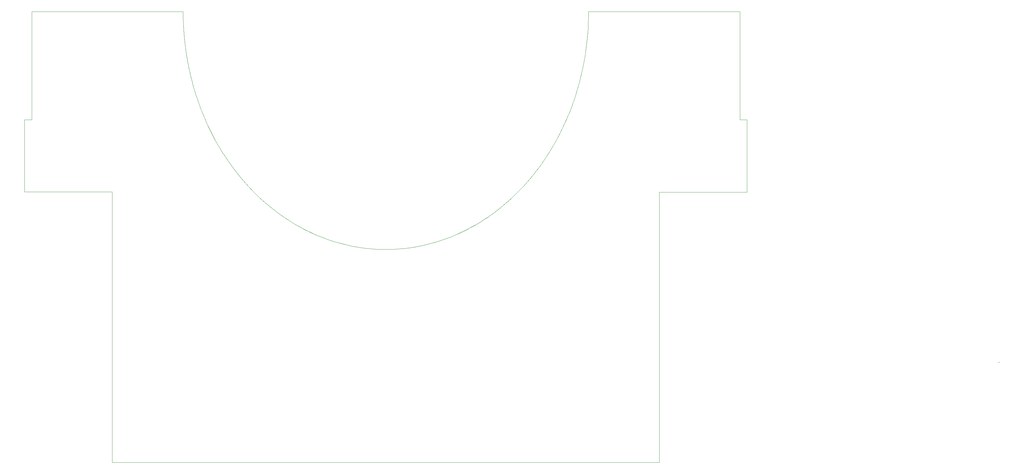
<source format=gm1>
G04 #@! TF.FileFunction,Profile,NP*
%FSLAX46Y46*%
G04 Gerber Fmt 4.6, Leading zero omitted, Abs format (unit mm)*
G04 Created by KiCad (PCBNEW 4.0.5) date 2016 December 23, Friday 11:17:07*
%MOMM*%
%LPD*%
G01*
G04 APERTURE LIST*
%ADD10C,0.150000*%
%ADD11C,0.100000*%
G04 APERTURE END LIST*
D10*
D11*
X205027793Y-150899383D02*
X206248812Y-151012205D01*
X204774882Y-150872079D02*
X205027793Y-150899383D01*
X203297369Y-150685446D02*
X204774882Y-150872079D01*
X202355014Y-150542093D02*
X203297369Y-150685446D01*
X199497805Y-149990169D02*
X200716139Y-150247239D01*
X198699826Y-149804083D02*
X199497805Y-149990169D01*
X197393876Y-149468929D02*
X198699826Y-149804083D01*
X195792038Y-149005159D02*
X197393876Y-149468929D01*
X200716139Y-150247239D02*
X202355014Y-150542093D01*
X194432185Y-148565009D02*
X195792038Y-149005159D01*
X153861269Y-85372378D02*
X153861818Y-85544489D01*
X109950000Y-135210000D02*
X109950000Y-115220000D01*
X109950000Y-135210000D02*
X134210000Y-135210000D01*
X111990000Y-85250000D02*
X153860000Y-85250000D01*
X111990000Y-115220000D02*
X111990000Y-85250000D01*
X109950000Y-115220000D02*
X111990000Y-115220000D01*
X308180000Y-85270000D02*
X266236640Y-85270000D01*
X308180000Y-115250000D02*
X308180000Y-85270000D01*
X310120000Y-115250000D02*
X308180000Y-115250000D01*
X310120000Y-135320000D02*
X310120000Y-115250000D01*
X285840000Y-135320000D02*
X310120000Y-135320000D01*
X285840000Y-210270000D02*
X285840000Y-135320000D01*
X134210000Y-210270000D02*
X285840000Y-210270000D01*
X134210000Y-135210000D02*
X134210000Y-210270000D01*
X153850000Y-85250000D02*
X153850000Y-85251000D01*
X266236640Y-85825023D02*
X266236640Y-85270000D01*
X266217826Y-87022189D02*
X266236640Y-85825023D01*
X266157751Y-88755032D02*
X266217826Y-87022189D01*
X266101213Y-89824962D02*
X266157751Y-88755032D01*
X266010460Y-91151033D02*
X266101213Y-89824962D01*
X265968774Y-91668989D02*
X266010460Y-91151033D01*
X265873127Y-92722506D02*
X265968774Y-91668989D01*
X265733679Y-94033469D02*
X265873127Y-92722506D01*
X265462715Y-96133211D02*
X265733679Y-94033469D01*
X265327710Y-97037950D02*
X265462715Y-96133211D01*
X264938866Y-99311708D02*
X265327710Y-97037950D01*
X264944224Y-99284701D02*
X264938866Y-99311708D01*
X264596124Y-101039549D02*
X264944224Y-99284701D01*
X264277107Y-102483551D02*
X264596124Y-101039549D01*
X264046708Y-103450731D02*
X264277107Y-102483551D01*
X263851056Y-104230462D02*
X264046708Y-103450731D01*
X263562489Y-105320630D02*
X263851056Y-104230462D01*
X263033014Y-107167111D02*
X263562489Y-105320630D01*
X262811267Y-107890769D02*
X263033014Y-107167111D01*
X262462701Y-108978052D02*
X262811267Y-107890769D01*
X262135655Y-109948658D02*
X262462701Y-108978052D01*
X261922918Y-110556962D02*
X262135655Y-109948658D01*
X261615779Y-111406100D02*
X261922918Y-110556962D01*
X261004772Y-113004454D02*
X261615779Y-111406100D01*
X260398526Y-114486941D02*
X261004772Y-113004454D01*
X260175101Y-115010421D02*
X260398526Y-114486941D01*
X259889630Y-115662902D02*
X260175101Y-115010421D01*
X259377436Y-116790917D02*
X259889630Y-115662902D01*
X258711399Y-118183725D02*
X259377436Y-116790917D01*
X258151924Y-119295909D02*
X258711399Y-118183725D01*
X257849561Y-119876955D02*
X258151924Y-119295909D01*
X257080930Y-121296238D02*
X257849561Y-119876955D01*
X256813724Y-121771519D02*
X257080930Y-121296238D01*
X256574926Y-122188856D02*
X256813724Y-121771519D01*
X255993429Y-123177279D02*
X256574926Y-122188856D01*
X255610736Y-123807390D02*
X255993429Y-123177279D01*
X254365435Y-125755715D02*
X255610736Y-123807390D01*
X253950772Y-126372502D02*
X254365435Y-125755715D01*
X253166980Y-127498496D02*
X253950772Y-126372502D01*
X252379388Y-128580877D02*
X253166980Y-127498496D01*
X251748684Y-129414614D02*
X252379388Y-128580877D01*
X250854620Y-130549536D02*
X251748684Y-129414614D01*
X250617168Y-130842159D02*
X250854620Y-130549536D01*
X249958640Y-131635292D02*
X250617168Y-130842159D01*
X249215977Y-132498651D02*
X249958640Y-131635292D01*
X248326753Y-133491397D02*
X249215977Y-132498651D01*
X247807891Y-134051042D02*
X248326753Y-133491397D01*
X247081145Y-134811731D02*
X247807891Y-134051042D01*
X245793777Y-136096256D02*
X247081145Y-134811731D01*
X244953663Y-136893497D02*
X245793777Y-136096256D01*
X244236612Y-137549661D02*
X244953663Y-136893497D01*
X243301916Y-138372837D02*
X244236612Y-137549661D01*
X242408106Y-139127382D02*
X243301916Y-138372837D01*
X241946345Y-139505147D02*
X242408106Y-139127382D01*
X240192503Y-140868557D02*
X241946345Y-139505147D01*
X239138586Y-141635910D02*
X240192503Y-140868557D01*
X238317646Y-142207881D02*
X239138586Y-141635910D01*
X237710370Y-142616915D02*
X238317646Y-142207881D01*
X236468377Y-143417346D02*
X237710370Y-142616915D01*
X235545121Y-143981874D02*
X236468377Y-143417346D01*
X234797104Y-144420765D02*
X235545121Y-143981874D01*
X233483284Y-145152739D02*
X234797104Y-144420765D01*
X232978473Y-145421119D02*
X233483284Y-145152739D01*
X231573740Y-146131395D02*
X232978473Y-145421119D01*
X231349521Y-146239880D02*
X231573740Y-146131395D01*
X230440942Y-146665987D02*
X231349521Y-146239880D01*
X230001618Y-146864350D02*
X230440942Y-146665987D01*
X229561783Y-147058000D02*
X230001618Y-146864350D01*
X228776558Y-147391564D02*
X229561783Y-147058000D01*
X227983708Y-147712773D02*
X228776558Y-147391564D01*
X226737696Y-148186482D02*
X227983708Y-147712773D01*
X225972213Y-148458978D02*
X226737696Y-148186482D01*
X225077505Y-148759896D02*
X225972213Y-148458978D01*
X224262000Y-149017884D02*
X225077505Y-148759896D01*
X222780374Y-149447467D02*
X224262000Y-149017884D01*
X221351687Y-149814679D02*
X222780374Y-149447467D01*
X220498538Y-150012278D02*
X221351687Y-149814679D01*
X219649487Y-150193014D02*
X220498538Y-150012278D01*
X218805359Y-150357094D02*
X219649487Y-150193014D01*
X218396715Y-150430970D02*
X218805359Y-150357094D01*
X217342277Y-150604962D02*
X218396715Y-150430970D01*
X215482134Y-150853910D02*
X217342277Y-150604962D01*
X214298520Y-150974100D02*
X215482134Y-150853910D01*
X213230833Y-151057189D02*
X214298520Y-150974100D01*
X212170144Y-151116038D02*
X213230833Y-151057189D01*
X211509566Y-151140782D02*
X212170144Y-151116038D01*
X210975737Y-151154111D02*
X211509566Y-151140782D01*
X209907230Y-151162903D02*
X210975737Y-151154111D01*
X209506507Y-151160050D02*
X209907230Y-151162903D01*
X208551227Y-151139716D02*
X209506507Y-151160050D01*
X208010456Y-151119747D02*
X208551227Y-151139716D01*
X206248812Y-151012205D02*
X208010456Y-151119747D01*
X193110746Y-148095541D02*
X194432185Y-148565009D01*
X192007591Y-147671429D02*
X193110746Y-148095541D01*
X191268840Y-147370717D02*
X192007591Y-147671429D01*
X189912549Y-146783029D02*
X191268840Y-147370717D01*
X188951596Y-146338134D02*
X189912549Y-146783029D01*
X188001859Y-145874625D02*
X188951596Y-146338134D01*
X187278181Y-145505214D02*
X188001859Y-145874625D01*
X185905310Y-144764836D02*
X187278181Y-145505214D01*
X185033873Y-144267253D02*
X185905310Y-144764836D01*
X184170577Y-143752530D02*
X185033873Y-144267253D01*
X183153763Y-143117669D02*
X184170577Y-143752530D01*
X181988979Y-142351131D02*
X183153763Y-143117669D01*
X180617486Y-141392525D02*
X181988979Y-142351131D01*
X179895080Y-140862240D02*
X180617486Y-141392525D01*
X179425050Y-140507500D02*
X179895080Y-140862240D01*
X178493075Y-139780811D02*
X179425050Y-140507500D01*
X177269137Y-138777582D02*
X178493075Y-139780811D01*
X176655357Y-138252693D02*
X177269137Y-138777582D01*
X176496059Y-138114011D02*
X176655357Y-138252693D01*
X175031422Y-136789699D02*
X176496059Y-138114011D01*
X174673794Y-136452376D02*
X175031422Y-136789699D01*
X174032221Y-135832875D02*
X174673794Y-136452376D01*
X173332556Y-135135571D02*
X174032221Y-135832875D01*
X171970321Y-133709319D02*
X173332556Y-135135571D01*
X170581874Y-132155090D02*
X171970321Y-133709319D01*
X169945700Y-131406293D02*
X170581874Y-132155090D01*
X168889477Y-130108106D02*
X169945700Y-131406293D01*
X167539463Y-128340181D02*
X168889477Y-130108106D01*
X166706251Y-127182065D02*
X167539463Y-128340181D01*
X166263677Y-126544313D02*
X166706251Y-127182065D01*
X165512597Y-125423511D02*
X166263677Y-126544313D01*
X165136925Y-124843666D02*
X165512597Y-125423511D01*
X164567043Y-123937909D02*
X165136925Y-124843666D01*
X163772845Y-122619140D02*
X164567043Y-123937909D01*
X163463124Y-122085680D02*
X163772845Y-122619140D01*
X162704160Y-120728875D02*
X163463124Y-122085680D01*
X162615185Y-120564934D02*
X162704160Y-120728875D01*
X162152403Y-119694565D02*
X162615185Y-120564934D01*
X161982041Y-119366400D02*
X162152403Y-119694565D01*
X161484594Y-118382702D02*
X161982041Y-119366400D01*
X161082491Y-117557993D02*
X161484594Y-118382702D01*
X160743755Y-116841102D02*
X161082491Y-117557993D01*
X160488596Y-116286812D02*
X160743755Y-116841102D01*
X159781517Y-114680500D02*
X160488596Y-116286812D01*
X159119907Y-113071414D02*
X159781517Y-114680500D01*
X158774919Y-112185468D02*
X159119907Y-113071414D01*
X158668567Y-111905183D02*
X158774919Y-112185468D01*
X158607583Y-111742865D02*
X158668567Y-111905183D01*
X158153160Y-110494161D02*
X158607583Y-111742865D01*
X157903042Y-109774857D02*
X158153160Y-110494161D01*
X157808130Y-109495397D02*
X157903042Y-109774857D01*
X157430212Y-108343877D02*
X157808130Y-109495397D01*
X157243984Y-107751602D02*
X157430212Y-108343877D01*
X157147567Y-107437917D02*
X157243984Y-107751602D01*
X157002553Y-106956493D02*
X157147567Y-107437917D01*
X156777147Y-106183511D02*
X157002553Y-106956493D01*
X156673956Y-105818832D02*
X156777147Y-106183511D01*
X156622926Y-105635820D02*
X156673956Y-105818832D01*
X156577418Y-105471066D02*
X156622926Y-105635820D01*
X156514166Y-105239588D02*
X156577418Y-105471066D01*
X156474067Y-105091299D02*
X156514166Y-105239588D01*
X156413397Y-104864599D02*
X156474067Y-105091299D01*
X156360103Y-104663066D02*
X156413397Y-104864599D01*
X156280837Y-104359016D02*
X156360103Y-104663066D01*
X156199797Y-104042608D02*
X156280837Y-104359016D01*
X156131448Y-103771180D02*
X156199797Y-104042608D01*
X156066176Y-103507884D02*
X156131448Y-103771180D01*
X155969354Y-103109585D02*
X156066176Y-103507884D01*
X155916277Y-102887122D02*
X155969354Y-103109585D01*
X155871315Y-102696282D02*
X155916277Y-102887122D01*
X155831481Y-102525317D02*
X155871315Y-102696282D01*
X155779658Y-102300146D02*
X155831481Y-102525317D01*
X155695833Y-101929033D02*
X155779658Y-102300146D01*
X155634104Y-101650013D02*
X155695833Y-101929033D01*
X155590470Y-101449696D02*
X155634104Y-101650013D01*
X155519968Y-101120353D02*
X155590470Y-101449696D01*
X155477123Y-100916623D02*
X155519968Y-101120353D01*
X155409877Y-100591089D02*
X155477123Y-100916623D01*
X155354986Y-100319857D02*
X155409877Y-100591089D01*
X155273269Y-99906279D02*
X155354986Y-100319857D01*
X155210051Y-99577719D02*
X155273269Y-99906279D01*
X155126959Y-99133479D02*
X155210051Y-99577719D01*
X155067880Y-98808368D02*
X155126959Y-99133479D01*
X155007304Y-98466365D02*
X155067880Y-98808368D01*
X154952257Y-98147400D02*
X155007304Y-98466365D01*
X154890090Y-97777046D02*
X154952257Y-98147400D01*
X154860182Y-97594774D02*
X154890090Y-97777046D01*
X154811631Y-97292809D02*
X154860182Y-97594774D01*
X154763499Y-96985537D02*
X154811631Y-97292809D01*
X154728210Y-96754875D02*
X154763499Y-96985537D01*
X154684530Y-96462619D02*
X154728210Y-96754875D01*
X154644178Y-96185495D02*
X154684530Y-96462619D01*
X154611104Y-95952867D02*
X154644178Y-96185495D01*
X154580810Y-95735159D02*
X154611104Y-95952867D01*
X154541357Y-95444500D02*
X154580810Y-95735159D01*
X154500587Y-95134962D02*
X154541357Y-95444500D01*
X154456347Y-94787507D02*
X154500587Y-95134962D01*
X154439823Y-94654374D02*
X154456347Y-94787507D01*
X154431126Y-94583524D02*
X154439823Y-94654374D01*
X154399054Y-94317402D02*
X154431126Y-94583524D01*
X154361339Y-93993935D02*
X154399054Y-94317402D01*
X154329080Y-93707305D02*
X154361339Y-93993935D01*
X154298740Y-93428455D02*
X154329080Y-93707305D01*
X154291218Y-93357819D02*
X154298740Y-93428455D01*
X154254614Y-93004814D02*
X154291218Y-93357819D01*
X154235322Y-92812067D02*
X154254614Y-93004814D01*
X154199680Y-92442275D02*
X154235322Y-92812067D01*
X154164334Y-92055600D02*
X154199680Y-92442275D01*
X154131102Y-91670726D02*
X154164334Y-92055600D01*
X154122390Y-91565925D02*
X154131102Y-91670726D01*
X154099615Y-91283350D02*
X154122390Y-91565925D01*
X154082006Y-91055432D02*
X154099615Y-91283350D01*
X154056317Y-90705849D02*
X154082006Y-91055432D01*
X154039121Y-90458736D02*
X154056317Y-90705849D01*
X154027309Y-90281983D02*
X154039121Y-90458736D01*
X153993984Y-89746057D02*
X154027309Y-90281983D01*
X153985962Y-89607248D02*
X153993984Y-89746057D01*
X153975361Y-89416770D02*
X153985962Y-89607248D01*
X153952156Y-88966057D02*
X153975361Y-89416770D01*
X153939186Y-88688683D02*
X153952156Y-88966057D01*
X153924314Y-88340385D02*
X153939186Y-88688683D01*
X153913516Y-88060901D02*
X153924314Y-88340385D01*
X153898818Y-87628903D02*
X153913516Y-88060901D01*
X153894107Y-87473005D02*
X153898818Y-87628903D01*
X153889713Y-87317219D02*
X153894107Y-87473005D01*
X153886532Y-87196815D02*
X153889713Y-87317219D01*
X153874698Y-86663439D02*
X153886532Y-87196815D01*
X153869509Y-86353383D02*
X153874698Y-86663439D01*
X153866951Y-86164074D02*
X153869509Y-86353383D01*
X153865565Y-86043595D02*
X153866951Y-86164074D01*
X153863355Y-85802752D02*
X153865565Y-86043595D01*
X153861818Y-85544489D02*
X153863355Y-85802752D01*
X153861110Y-85250000D02*
X153861269Y-85372378D01*
D10*
X380029500Y-182452500D02*
X380093000Y-182516000D01*
X380029500Y-182452500D02*
X380093000Y-182516000D01*
M02*

</source>
